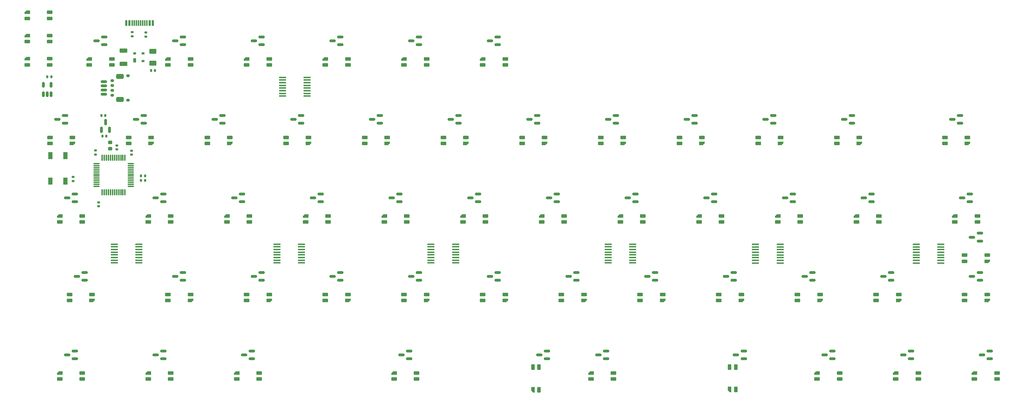
<source format=gbr>
G04 #@! TF.GenerationSoftware,KiCad,Pcbnew,(7.0.0)*
G04 #@! TF.CreationDate,2023-10-27T13:47:11+02:00*
G04 #@! TF.ProjectId,vootington V4N,766f6f74-696e-4677-946f-6e2056344e2e,rev?*
G04 #@! TF.SameCoordinates,Original*
G04 #@! TF.FileFunction,Paste,Bot*
G04 #@! TF.FilePolarity,Positive*
%FSLAX46Y46*%
G04 Gerber Fmt 4.6, Leading zero omitted, Abs format (unit mm)*
G04 Created by KiCad (PCBNEW (7.0.0)) date 2023-10-27 13:47:11*
%MOMM*%
%LPD*%
G01*
G04 APERTURE LIST*
G04 Aperture macros list*
%AMRoundRect*
0 Rectangle with rounded corners*
0 $1 Rounding radius*
0 $2 $3 $4 $5 $6 $7 $8 $9 X,Y pos of 4 corners*
0 Add a 4 corners polygon primitive as box body*
4,1,4,$2,$3,$4,$5,$6,$7,$8,$9,$2,$3,0*
0 Add four circle primitives for the rounded corners*
1,1,$1+$1,$2,$3*
1,1,$1+$1,$4,$5*
1,1,$1+$1,$6,$7*
1,1,$1+$1,$8,$9*
0 Add four rect primitives between the rounded corners*
20,1,$1+$1,$2,$3,$4,$5,0*
20,1,$1+$1,$4,$5,$6,$7,0*
20,1,$1+$1,$6,$7,$8,$9,0*
20,1,$1+$1,$8,$9,$2,$3,0*%
%AMFreePoly0*
4,1,18,-0.410000,0.593000,-0.403758,0.624380,-0.385983,0.650983,-0.359380,0.668758,-0.328000,0.675000,0.328000,0.675000,0.359380,0.668758,0.385983,0.650983,0.403758,0.624380,0.410000,0.593000,0.410000,-0.593000,0.403758,-0.624380,0.385983,-0.650983,0.359380,-0.668758,0.328000,-0.675000,0.000000,-0.675000,-0.410000,-0.265000,-0.410000,0.593000,-0.410000,0.593000,$1*%
G04 Aperture macros list end*
%ADD10RoundRect,0.082000X-0.328000X-0.593000X0.328000X-0.593000X0.328000X0.593000X-0.328000X0.593000X0*%
%ADD11FreePoly0,0.000000*%
%ADD12RoundRect,0.150000X0.150000X-0.512500X0.150000X0.512500X-0.150000X0.512500X-0.150000X-0.512500X0*%
%ADD13RoundRect,0.150000X0.587500X0.150000X-0.587500X0.150000X-0.587500X-0.150000X0.587500X-0.150000X0*%
%ADD14R,1.778000X0.419100*%
%ADD15RoundRect,0.082000X-0.593000X0.328000X-0.593000X-0.328000X0.593000X-0.328000X0.593000X0.328000X0*%
%ADD16FreePoly0,270.000000*%
%ADD17RoundRect,0.082000X0.593000X-0.328000X0.593000X0.328000X-0.593000X0.328000X-0.593000X-0.328000X0*%
%ADD18FreePoly0,90.000000*%
%ADD19R,1.100000X1.800000*%
%ADD20RoundRect,0.075000X0.662500X0.075000X-0.662500X0.075000X-0.662500X-0.075000X0.662500X-0.075000X0*%
%ADD21RoundRect,0.075000X0.075000X0.662500X-0.075000X0.662500X-0.075000X-0.662500X0.075000X-0.662500X0*%
%ADD22RoundRect,0.140000X0.140000X0.170000X-0.140000X0.170000X-0.140000X-0.170000X0.140000X-0.170000X0*%
%ADD23RoundRect,0.135000X0.185000X-0.135000X0.185000X0.135000X-0.185000X0.135000X-0.185000X-0.135000X0*%
%ADD24RoundRect,0.140000X-0.140000X-0.170000X0.140000X-0.170000X0.140000X0.170000X-0.140000X0.170000X0*%
%ADD25R,0.700000X1.000000*%
%ADD26R,0.700000X0.600000*%
%ADD27RoundRect,0.140000X-0.170000X0.140000X-0.170000X-0.140000X0.170000X-0.140000X0.170000X0.140000X0*%
%ADD28R,0.600000X1.450000*%
%ADD29R,0.300000X1.450000*%
%ADD30RoundRect,0.150000X-0.275000X0.150000X-0.275000X-0.150000X0.275000X-0.150000X0.275000X0.150000X0*%
%ADD31RoundRect,0.175000X-0.225000X0.175000X-0.225000X-0.175000X0.225000X-0.175000X0.225000X0.175000X0*%
%ADD32RoundRect,0.140000X0.170000X-0.140000X0.170000X0.140000X-0.170000X0.140000X-0.170000X-0.140000X0*%
%ADD33RoundRect,0.150000X-0.625000X0.150000X-0.625000X-0.150000X0.625000X-0.150000X0.625000X0.150000X0*%
%ADD34RoundRect,0.250000X-0.650000X0.350000X-0.650000X-0.350000X0.650000X-0.350000X0.650000X0.350000X0*%
%ADD35RoundRect,0.250000X0.700000X-0.275000X0.700000X0.275000X-0.700000X0.275000X-0.700000X-0.275000X0*%
%ADD36RoundRect,0.225000X0.250000X-0.225000X0.250000X0.225000X-0.250000X0.225000X-0.250000X-0.225000X0*%
%ADD37RoundRect,0.150000X0.150000X-0.587500X0.150000X0.587500X-0.150000X0.587500X-0.150000X-0.587500X0*%
%ADD38RoundRect,0.250000X-0.625000X0.375000X-0.625000X-0.375000X0.625000X-0.375000X0.625000X0.375000X0*%
G04 APERTURE END LIST*
D10*
X152212750Y-101395000D03*
X150712750Y-101395000D03*
X152212750Y-106845000D03*
D11*
X150712749Y-106844999D03*
D12*
X34093250Y-35172250D03*
X33143250Y-35172250D03*
X32193250Y-35172250D03*
X32193250Y-32897250D03*
X34093250Y-32897250D03*
D13*
X258906250Y-68900000D03*
X258906250Y-70800000D03*
X257031250Y-69850000D03*
D14*
X210569635Y-71563904D03*
X210569635Y-72214144D03*
X210569635Y-72864384D03*
X210569635Y-73514624D03*
X210569635Y-74159784D03*
X210569635Y-74810024D03*
X210569635Y-75460264D03*
X210569635Y-76110504D03*
X204620955Y-76110504D03*
X204620955Y-75460264D03*
X204620955Y-74810024D03*
X204620955Y-74159784D03*
X204620955Y-73514624D03*
X204620955Y-72864384D03*
X204620955Y-72214144D03*
X204620955Y-71563904D03*
D15*
X41618750Y-104279000D03*
X41618750Y-102779000D03*
X36168750Y-104279000D03*
D16*
X36168749Y-102778999D03*
D13*
X201756250Y-97475000D03*
X201756250Y-99375000D03*
X199881250Y-98425000D03*
D17*
X109987500Y-45629000D03*
X109987500Y-47129000D03*
X115437500Y-45629000D03*
D18*
X115437499Y-47128999D03*
D13*
X39831250Y-97475000D03*
X39831250Y-99375000D03*
X37956250Y-98425000D03*
D17*
X38550000Y-83729000D03*
X38550000Y-85229000D03*
X44000000Y-83729000D03*
D18*
X43999999Y-85228999D03*
D13*
X151750000Y-40325000D03*
X151750000Y-42225000D03*
X149875000Y-41275000D03*
D17*
X214762500Y-83729000D03*
X214762500Y-85229000D03*
X220212500Y-83729000D03*
D18*
X220212499Y-85228999D03*
D15*
X263075000Y-104279000D03*
X263075000Y-102779000D03*
X257625000Y-104279000D03*
D16*
X257624999Y-102778999D03*
D13*
X85075000Y-78425000D03*
X85075000Y-80325000D03*
X83200000Y-79375000D03*
X120793750Y-97475000D03*
X120793750Y-99375000D03*
X118918750Y-98425000D03*
D19*
X33868749Y-50081249D03*
X33868749Y-56281249D03*
X37568749Y-50081249D03*
X37568749Y-56281249D03*
D20*
X53375000Y-52018750D03*
X53375000Y-52518750D03*
X53375000Y-53018750D03*
X53375000Y-53518750D03*
X53375000Y-54018750D03*
X53375000Y-54518750D03*
X53375000Y-55018750D03*
X53375000Y-55518750D03*
X53375000Y-56018750D03*
X53375000Y-56518750D03*
X53375000Y-57018750D03*
X53375000Y-57518750D03*
D21*
X51962500Y-58931250D03*
X51462500Y-58931250D03*
X50962500Y-58931250D03*
X50462500Y-58931250D03*
X49962500Y-58931250D03*
X49462500Y-58931250D03*
X48962500Y-58931250D03*
X48462500Y-58931250D03*
X47962500Y-58931250D03*
X47462500Y-58931250D03*
X46962500Y-58931250D03*
X46462500Y-58931250D03*
D20*
X45050000Y-57518750D03*
X45050000Y-57018750D03*
X45050000Y-56518750D03*
X45050000Y-56018750D03*
X45050000Y-55518750D03*
X45050000Y-55018750D03*
X45050000Y-54518750D03*
X45050000Y-54018750D03*
X45050000Y-53518750D03*
X45050000Y-53018750D03*
X45050000Y-52518750D03*
X45050000Y-52018750D03*
D21*
X46462500Y-50606250D03*
X46962500Y-50606250D03*
X47462500Y-50606250D03*
X47962500Y-50606250D03*
X48462500Y-50606250D03*
X48962500Y-50606250D03*
X49462500Y-50606250D03*
X49962500Y-50606250D03*
X50462500Y-50606250D03*
X50962500Y-50606250D03*
X51462500Y-50606250D03*
X51962500Y-50606250D03*
D17*
X186187500Y-45629000D03*
X186187500Y-47129000D03*
X191637500Y-45629000D03*
D18*
X191637499Y-47128999D03*
D22*
X59217500Y-29368750D03*
X58257500Y-29368750D03*
D15*
X84481250Y-104279000D03*
X84481250Y-102779000D03*
X79031250Y-104279000D03*
D16*
X79031249Y-102778999D03*
D15*
X33737500Y-16790000D03*
X33737500Y-15290000D03*
X28287500Y-16790000D03*
D16*
X28287499Y-15289999D03*
D23*
X53721589Y-21147501D03*
X53721589Y-20127501D03*
D24*
X55866106Y-54997317D03*
X56826106Y-54997317D03*
D15*
X63050000Y-66179000D03*
X63050000Y-64679000D03*
X57600000Y-66179000D03*
D16*
X57599999Y-64678999D03*
D15*
X101150000Y-66179000D03*
X101150000Y-64679000D03*
X95700000Y-66179000D03*
D16*
X95699999Y-64678999D03*
D13*
X199375000Y-78425000D03*
X199375000Y-80325000D03*
X197500000Y-79375000D03*
X137462500Y-59375000D03*
X137462500Y-61275000D03*
X135587500Y-60325000D03*
D25*
X54309088Y-26943749D03*
D26*
X54309088Y-25243749D03*
X56309088Y-25243749D03*
X56309088Y-27143749D03*
D13*
X227950000Y-40325000D03*
X227950000Y-42225000D03*
X226075000Y-41275000D03*
X256525000Y-59375000D03*
X256525000Y-61275000D03*
X254650000Y-60325000D03*
X156512500Y-59375000D03*
X156512500Y-61275000D03*
X154637500Y-60325000D03*
D24*
X46250752Y-40310060D03*
X47210752Y-40310060D03*
D13*
X66025000Y-21275000D03*
X66025000Y-23175000D03*
X64150000Y-22225000D03*
D17*
X71887500Y-45629000D03*
X71887500Y-47129000D03*
X77337500Y-45629000D03*
D18*
X77337499Y-47128999D03*
D15*
X120200000Y-66179000D03*
X120200000Y-64679000D03*
X114750000Y-66179000D03*
D16*
X114749999Y-64678999D03*
D15*
X215450000Y-66179000D03*
X215450000Y-64679000D03*
X210000000Y-66179000D03*
D16*
X209999999Y-64678999D03*
D15*
X33737500Y-28055000D03*
X33737500Y-26555000D03*
X28287500Y-28055000D03*
D16*
X28287499Y-26554999D03*
D17*
X255243750Y-74204000D03*
X255243750Y-75704000D03*
X260693750Y-74204000D03*
D18*
X260693749Y-75703999D03*
D13*
X123175000Y-21275000D03*
X123175000Y-23175000D03*
X121300000Y-22225000D03*
X142225000Y-78425000D03*
X142225000Y-80325000D03*
X140350000Y-79375000D03*
D17*
X33787500Y-45629000D03*
X33787500Y-47129000D03*
X39237500Y-45629000D03*
D18*
X39237499Y-47128999D03*
D13*
X132700000Y-40325000D03*
X132700000Y-42225000D03*
X130825000Y-41275000D03*
D24*
X55859704Y-56073622D03*
X56819704Y-56073622D03*
D15*
X67812500Y-28079000D03*
X67812500Y-26579000D03*
X62362500Y-28079000D03*
D16*
X62362499Y-26578999D03*
D13*
X154131250Y-97475000D03*
X154131250Y-99375000D03*
X152256250Y-98425000D03*
D23*
X57037122Y-21176841D03*
X57037122Y-20156841D03*
D15*
X41618750Y-66179000D03*
X41618750Y-64679000D03*
X36168750Y-66179000D03*
D16*
X36168749Y-64678999D03*
D17*
X195712500Y-83729000D03*
X195712500Y-85229000D03*
X201162500Y-83729000D03*
D18*
X201162499Y-85228999D03*
D13*
X123175000Y-78425000D03*
X123175000Y-80325000D03*
X121300000Y-79375000D03*
D17*
X224287500Y-45629000D03*
X224287500Y-47129000D03*
X229737500Y-45629000D03*
D18*
X229737499Y-47128999D03*
D13*
X82693750Y-97475000D03*
X82693750Y-99375000D03*
X80818750Y-98425000D03*
D27*
X45574303Y-61406884D03*
X45574303Y-62366884D03*
D10*
X199825749Y-101338000D03*
X198325749Y-101338000D03*
X199825749Y-106788000D03*
D11*
X198325748Y-106787999D03*
D13*
X180325000Y-78425000D03*
X180325000Y-80325000D03*
X178450000Y-79375000D03*
X104125000Y-21275000D03*
X104125000Y-23175000D03*
X102250000Y-22225000D03*
D15*
X144012500Y-28079000D03*
X144012500Y-26579000D03*
X138562500Y-28079000D03*
D16*
X138562499Y-26578999D03*
D13*
X66025000Y-78425000D03*
X66025000Y-80325000D03*
X64150000Y-79375000D03*
D14*
X55361839Y-71545449D03*
X55361839Y-72195689D03*
X55361839Y-72845929D03*
X55361839Y-73496169D03*
X55361839Y-74141329D03*
X55361839Y-74791569D03*
X55361839Y-75441809D03*
X55361839Y-76092049D03*
X49413159Y-76092049D03*
X49413159Y-75441809D03*
X49413159Y-74791569D03*
X49413159Y-74141329D03*
X49413159Y-73496169D03*
X49413159Y-72845929D03*
X49413159Y-72195689D03*
X49413159Y-71545449D03*
D13*
X37450000Y-40325000D03*
X37450000Y-42225000D03*
X35575000Y-41275000D03*
X237475000Y-78425000D03*
X237475000Y-80325000D03*
X235600000Y-79375000D03*
X261287500Y-97475000D03*
X261287500Y-99375000D03*
X259412500Y-98425000D03*
X61262500Y-97475000D03*
X61262500Y-99375000D03*
X59387500Y-98425000D03*
X113650000Y-40325000D03*
X113650000Y-42225000D03*
X111775000Y-41275000D03*
X104125000Y-78425000D03*
X104125000Y-80325000D03*
X102250000Y-79375000D03*
X56500000Y-40325000D03*
X56500000Y-42225000D03*
X54625000Y-41275000D03*
D28*
X52248999Y-17935624D03*
X53048999Y-17935624D03*
D29*
X54248999Y-17935624D03*
X55248999Y-17935624D03*
X55748999Y-17935624D03*
X56748999Y-17935624D03*
D28*
X57948999Y-17935624D03*
X58748999Y-17935624D03*
X58748999Y-17935624D03*
X57948999Y-17935624D03*
D29*
X57248999Y-17935624D03*
X56248999Y-17935624D03*
X54748999Y-17935624D03*
X53748999Y-17935624D03*
D28*
X53048999Y-17935624D03*
X52248999Y-17935624D03*
D30*
X48925000Y-31831250D03*
X48925000Y-33031250D03*
X48925000Y-34231250D03*
X48925000Y-35431250D03*
D31*
X52700000Y-30681250D03*
X52700000Y-36581250D03*
D13*
X170800000Y-40325000D03*
X170800000Y-42225000D03*
X168925000Y-41275000D03*
D15*
X124962500Y-28079000D03*
X124962500Y-26579000D03*
X119512500Y-28079000D03*
D16*
X119512499Y-26578999D03*
D14*
X96043749Y-31064199D03*
X96043749Y-31714439D03*
X96043749Y-32364679D03*
X96043749Y-33014919D03*
X96043749Y-33660079D03*
X96043749Y-34310319D03*
X96043749Y-34960559D03*
X96043749Y-35610799D03*
X90095069Y-35610799D03*
X90095069Y-34960559D03*
X90095069Y-34310319D03*
X90095069Y-33660079D03*
X90095069Y-33014919D03*
X90095069Y-32364679D03*
X90095069Y-31714439D03*
X90095069Y-31064199D03*
D13*
X223187500Y-97475000D03*
X223187500Y-99375000D03*
X221312500Y-98425000D03*
D15*
X224975000Y-104279000D03*
X224975000Y-102779000D03*
X219525000Y-104279000D03*
D16*
X219524999Y-102778999D03*
D14*
X174850885Y-71543434D03*
X174850885Y-72193674D03*
X174850885Y-72843914D03*
X174850885Y-73494154D03*
X174850885Y-74139314D03*
X174850885Y-74789554D03*
X174850885Y-75439794D03*
X174850885Y-76090034D03*
X168902205Y-76090034D03*
X168902205Y-75439794D03*
X168902205Y-74789554D03*
X168902205Y-74139314D03*
X168902205Y-73494154D03*
X168902205Y-72843914D03*
X168902205Y-72193674D03*
X168902205Y-71543434D03*
D17*
X250481250Y-45629000D03*
X250481250Y-47129000D03*
X255931250Y-45629000D03*
D18*
X255931249Y-47128999D03*
D15*
X82100000Y-66179000D03*
X82100000Y-64679000D03*
X76650000Y-66179000D03*
D16*
X76649999Y-64678999D03*
D13*
X61262500Y-59375000D03*
X61262500Y-61275000D03*
X59387500Y-60325000D03*
X80312500Y-59375000D03*
X80312500Y-61275000D03*
X78437500Y-60325000D03*
D32*
X44848806Y-49792201D03*
X44848806Y-48832201D03*
D15*
X234500000Y-66179000D03*
X234500000Y-64679000D03*
X229050000Y-66179000D03*
D16*
X229049999Y-64678999D03*
D15*
X86862500Y-28079000D03*
X86862500Y-26579000D03*
X81412500Y-28079000D03*
D16*
X81412499Y-26578999D03*
D33*
X46837697Y-32131250D03*
X46837697Y-33131250D03*
X46837697Y-34131250D03*
X46837697Y-35131250D03*
D34*
X50712697Y-30831250D03*
X50712697Y-36431250D03*
D13*
X118412500Y-59375000D03*
X118412500Y-61275000D03*
X116537500Y-60325000D03*
D32*
X50006250Y-48582962D03*
X50006250Y-47622962D03*
D13*
X175562500Y-59375000D03*
X175562500Y-61275000D03*
X173687500Y-60325000D03*
D22*
X47456127Y-45346072D03*
X46496127Y-45346072D03*
D17*
X205237500Y-45629000D03*
X205237500Y-47129000D03*
X210687500Y-45629000D03*
D18*
X210687499Y-47128999D03*
D23*
X39379783Y-56280538D03*
X39379783Y-55260538D03*
D17*
X129037500Y-45629000D03*
X129037500Y-47129000D03*
X134487500Y-45629000D03*
D18*
X134487499Y-47128999D03*
D15*
X158300000Y-66179000D03*
X158300000Y-64679000D03*
X152850000Y-66179000D03*
D16*
X152849999Y-64678999D03*
D17*
X100462500Y-83729000D03*
X100462500Y-85229000D03*
X105912500Y-83729000D03*
D18*
X105912499Y-85228999D03*
D17*
X233812500Y-83729000D03*
X233812500Y-85229000D03*
X239262500Y-83729000D03*
D18*
X239262499Y-85228999D03*
D17*
X90937500Y-45629000D03*
X90937500Y-47129000D03*
X96387500Y-45629000D03*
D18*
X96387499Y-47128999D03*
D14*
X249463385Y-71563904D03*
X249463385Y-72214144D03*
X249463385Y-72864384D03*
X249463385Y-73514624D03*
X249463385Y-74159784D03*
X249463385Y-74810024D03*
X249463385Y-75460264D03*
X249463385Y-76110504D03*
X243514705Y-76110504D03*
X243514705Y-75460264D03*
X243514705Y-74810024D03*
X243514705Y-74159784D03*
X243514705Y-73514624D03*
X243514705Y-72864384D03*
X243514705Y-72214144D03*
X243514705Y-71563904D03*
D15*
X105912500Y-28079000D03*
X105912500Y-26579000D03*
X100462500Y-28079000D03*
D16*
X100462499Y-26578999D03*
D15*
X33737500Y-22422500D03*
X33737500Y-20922500D03*
X28287500Y-22422500D03*
D16*
X28287499Y-20922499D03*
D35*
X51593750Y-27768750D03*
X51593750Y-24618750D03*
D15*
X244025000Y-104279000D03*
X244025000Y-102779000D03*
X238575000Y-104279000D03*
D16*
X238574999Y-102778999D03*
D17*
X81412500Y-83729000D03*
X81412500Y-85229000D03*
X86862500Y-83729000D03*
D18*
X86862499Y-85228999D03*
D17*
X255243750Y-83729000D03*
X255243750Y-85229000D03*
X260693750Y-83729000D03*
D18*
X260693749Y-85228999D03*
D17*
X157612500Y-83729000D03*
X157612500Y-85229000D03*
X163062500Y-83729000D03*
D18*
X163062499Y-85228999D03*
D32*
X53577271Y-49854806D03*
X53577271Y-48894806D03*
D17*
X138562500Y-83729000D03*
X138562500Y-85229000D03*
X144012500Y-83729000D03*
D18*
X144012499Y-85228999D03*
D13*
X39831250Y-59375000D03*
X39831250Y-61275000D03*
X37956250Y-60325000D03*
X94600000Y-40325000D03*
X94600000Y-42225000D03*
X92725000Y-41275000D03*
X189850000Y-40325000D03*
X189850000Y-42225000D03*
X187975000Y-41275000D03*
X242237500Y-97475000D03*
X242237500Y-99375000D03*
X240362500Y-98425000D03*
D17*
X167137500Y-45629000D03*
X167137500Y-47129000D03*
X172587500Y-45629000D03*
D18*
X172587499Y-47128999D03*
D13*
X232712500Y-59375000D03*
X232712500Y-61275000D03*
X230837500Y-60325000D03*
X99362500Y-59375000D03*
X99362500Y-61275000D03*
X97487500Y-60325000D03*
X168418750Y-97475000D03*
X168418750Y-99375000D03*
X166543750Y-98425000D03*
D15*
X139250000Y-66179000D03*
X139250000Y-64679000D03*
X133800000Y-66179000D03*
D16*
X133799999Y-64678999D03*
D13*
X218425000Y-78425000D03*
X218425000Y-80325000D03*
X216550000Y-79375000D03*
X254143750Y-40325000D03*
X254143750Y-42225000D03*
X252268750Y-41275000D03*
D17*
X148087500Y-45629000D03*
X148087500Y-47129000D03*
X153537500Y-45629000D03*
D18*
X153537499Y-47128999D03*
D13*
X213662500Y-59375000D03*
X213662500Y-61275000D03*
X211787500Y-60325000D03*
D15*
X258312500Y-66179000D03*
X258312500Y-64679000D03*
X252862500Y-66179000D03*
D16*
X252862499Y-64678999D03*
D15*
X177350000Y-66179000D03*
X177350000Y-64679000D03*
X171900000Y-66179000D03*
D16*
X171899999Y-64678999D03*
D36*
X48418750Y-48400000D03*
X48418750Y-46850000D03*
D13*
X46975000Y-21275000D03*
X46975000Y-23175000D03*
X45100000Y-22225000D03*
D17*
X119512500Y-83729000D03*
X119512500Y-85229000D03*
X124962500Y-83729000D03*
D18*
X124962499Y-85228999D03*
D13*
X194612500Y-59375000D03*
X194612500Y-61275000D03*
X192737500Y-60325000D03*
X161275000Y-78425000D03*
X161275000Y-80325000D03*
X159400000Y-79375000D03*
X42212500Y-78425000D03*
X42212500Y-80325000D03*
X40337500Y-79375000D03*
D14*
X94682135Y-71545449D03*
X94682135Y-72195689D03*
X94682135Y-72845929D03*
X94682135Y-73496169D03*
X94682135Y-74141329D03*
X94682135Y-74791569D03*
X94682135Y-75441809D03*
X94682135Y-76092049D03*
X88733455Y-76092049D03*
X88733455Y-75441809D03*
X88733455Y-74791569D03*
X88733455Y-74141329D03*
X88733455Y-73496169D03*
X88733455Y-72845929D03*
X88733455Y-72195689D03*
X88733455Y-71545449D03*
D13*
X258906250Y-78425000D03*
X258906250Y-80325000D03*
X257031250Y-79375000D03*
X85075000Y-21275000D03*
X85075000Y-23175000D03*
X83200000Y-22225000D03*
D14*
X131988385Y-71543434D03*
X131988385Y-72193674D03*
X131988385Y-72843914D03*
X131988385Y-73494154D03*
X131988385Y-74139314D03*
X131988385Y-74789554D03*
X131988385Y-75439794D03*
X131988385Y-76090034D03*
X126039705Y-76090034D03*
X126039705Y-75439794D03*
X126039705Y-74789554D03*
X126039705Y-74139314D03*
X126039705Y-73494154D03*
X126039705Y-72843914D03*
X126039705Y-72193674D03*
X126039705Y-71543434D03*
D24*
X33171250Y-30956250D03*
X34131250Y-30956250D03*
D13*
X208900000Y-40325000D03*
X208900000Y-42225000D03*
X207025000Y-41275000D03*
D37*
X48187212Y-43800000D03*
X46287212Y-43800000D03*
X47237212Y-41925000D03*
D15*
X170206250Y-104279000D03*
X170206250Y-102779000D03*
X164756250Y-104279000D03*
D16*
X164756249Y-102778999D03*
D38*
X58737500Y-24793750D03*
X58737500Y-27593750D03*
D15*
X48762500Y-28079000D03*
X48762500Y-26579000D03*
X43312500Y-28079000D03*
D16*
X43312499Y-26578999D03*
D17*
X52837500Y-45629000D03*
X52837500Y-47129000D03*
X58287500Y-45629000D03*
D18*
X58287499Y-47128999D03*
D13*
X142225000Y-21275000D03*
X142225000Y-23175000D03*
X140350000Y-22225000D03*
X75550000Y-40325000D03*
X75550000Y-42225000D03*
X73675000Y-41275000D03*
D17*
X176662500Y-83729000D03*
X176662500Y-85229000D03*
X182112500Y-83729000D03*
D18*
X182112499Y-85228999D03*
D17*
X62362500Y-83729000D03*
X62362500Y-85229000D03*
X67812500Y-83729000D03*
D18*
X67812499Y-85228999D03*
D15*
X63050000Y-104279000D03*
X63050000Y-102779000D03*
X57600000Y-104279000D03*
D16*
X57599999Y-102778999D03*
D15*
X196400000Y-66179000D03*
X196400000Y-64679000D03*
X190950000Y-66179000D03*
D16*
X190949999Y-64678999D03*
D15*
X122581250Y-104279000D03*
X122581250Y-102779000D03*
X117131250Y-104279000D03*
D16*
X117131249Y-102778999D03*
M02*

</source>
